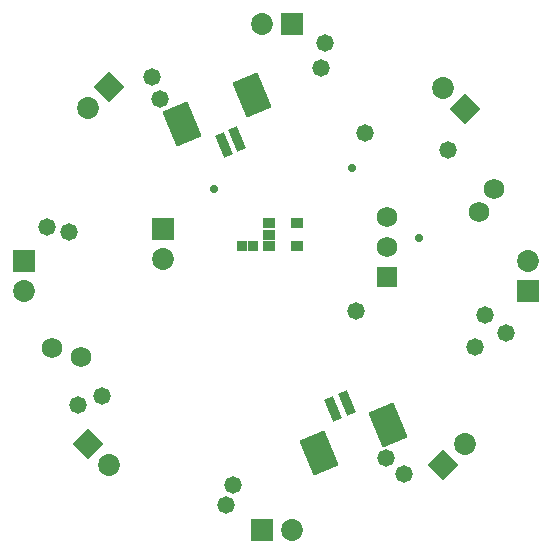
<source format=gbs>
G04 Layer_Color=8150272*
%FSLAX25Y25*%
%MOIN*%
G70*
G01*
G75*
%ADD47R,0.03477X0.03320*%
%ADD62C,0.06902*%
%ADD63R,0.06902X0.06902*%
%ADD64R,0.07300X0.07300*%
%ADD65C,0.07300*%
%ADD66R,0.07300X0.07300*%
%ADD67C,0.06800*%
%ADD68P,0.10324X4X180.0*%
%ADD69P,0.10324X4X90.0*%
%ADD70C,0.05800*%
%ADD71C,0.02800*%
G04:AMPARAMS|DCode=72|XSize=31.62mil|YSize=78.87mil|CornerRadius=0mil|HoleSize=0mil|Usage=FLASHONLY|Rotation=202.500|XOffset=0mil|YOffset=0mil|HoleType=Round|Shape=Rectangle|*
%AMROTATEDRECTD72*
4,1,4,-0.00048,0.04248,0.02970,-0.03038,0.00048,-0.04248,-0.02970,0.03038,-0.00048,0.04248,0.0*
%
%ADD72ROTATEDRECTD72*%

G04:AMPARAMS|DCode=73|XSize=90.68mil|YSize=126.11mil|CornerRadius=0mil|HoleSize=0mil|Usage=FLASHONLY|Rotation=202.500|XOffset=0mil|YOffset=0mil|HoleType=Round|Shape=Rectangle|*
%AMROTATEDRECTD73*
4,1,4,0.01776,0.07561,0.06602,-0.04091,-0.01776,-0.07561,-0.06602,0.04091,0.01776,0.07561,0.0*
%
%ADD73ROTATEDRECTD73*%

%ADD74R,0.04343X0.03359*%
D47*
X283701Y324803D02*
D03*
X287165D02*
D03*
D62*
X331890Y334567D02*
D03*
Y324567D02*
D03*
D63*
Y314567D02*
D03*
D64*
X257480Y330591D02*
D03*
X379134Y309961D02*
D03*
X211024Y319961D02*
D03*
D65*
X257480Y320590D02*
D03*
X290276Y398819D02*
D03*
X350795Y377551D02*
D03*
X379134Y319961D02*
D03*
X357866Y259047D02*
D03*
X300276Y230315D02*
D03*
X239362Y251976D02*
D03*
X211024Y309961D02*
D03*
X232291Y370874D02*
D03*
D66*
X300276Y398819D02*
D03*
X290276Y230315D02*
D03*
D67*
X367717Y344094D02*
D03*
X362598Y336221D02*
D03*
X229921Y287795D02*
D03*
X220472Y290945D02*
D03*
D68*
X357866Y370480D02*
D03*
X232291Y259047D02*
D03*
D69*
X350795Y251976D02*
D03*
X239362Y377945D02*
D03*
D70*
X364567Y301969D02*
D03*
X371654Y296063D02*
D03*
X361417Y291339D02*
D03*
X337795Y248819D02*
D03*
X331496Y254331D02*
D03*
X280709Y245276D02*
D03*
X278346Y238583D02*
D03*
X237008Y274803D02*
D03*
X229134Y272047D02*
D03*
X225984Y329528D02*
D03*
X218504Y331102D02*
D03*
X256299Y374016D02*
D03*
X253543Y381102D02*
D03*
X311417Y392520D02*
D03*
X352362Y357087D02*
D03*
X309842Y384252D02*
D03*
X321654Y303150D02*
D03*
X324803Y362598D02*
D03*
D71*
X274213Y343898D02*
D03*
X342520Y327559D02*
D03*
X320276Y350984D02*
D03*
D72*
X318504Y272441D02*
D03*
X313957Y270558D02*
D03*
X277559Y358661D02*
D03*
X282106Y360545D02*
D03*
D73*
X309202Y255804D02*
D03*
X332299Y265371D02*
D03*
X286861Y375299D02*
D03*
X263764Y365732D02*
D03*
D74*
X301969Y325000D02*
D03*
Y332480D02*
D03*
X292520Y332480D02*
D03*
Y328740D02*
D03*
Y325000D02*
D03*
M02*

</source>
